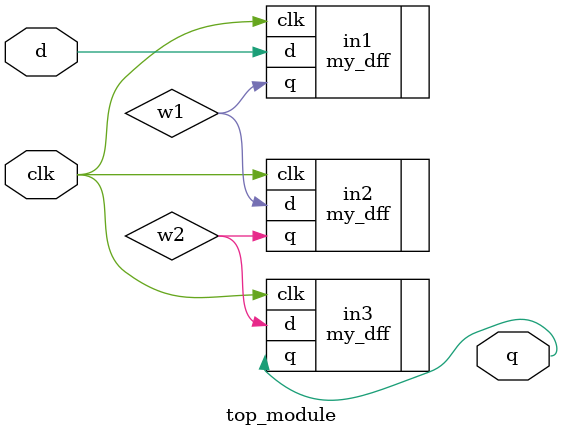
<source format=v>
module top_module ( input clk, input d, output q );
    wire w1,w2;
    my_dff in1(.clk(clk),.d(d),.q(w1));
    my_dff in2(.clk(clk),.d(w1),.q(w2));
    my_dff in3(.clk(clk),.d(w2),.q(q));

endmodule

</source>
